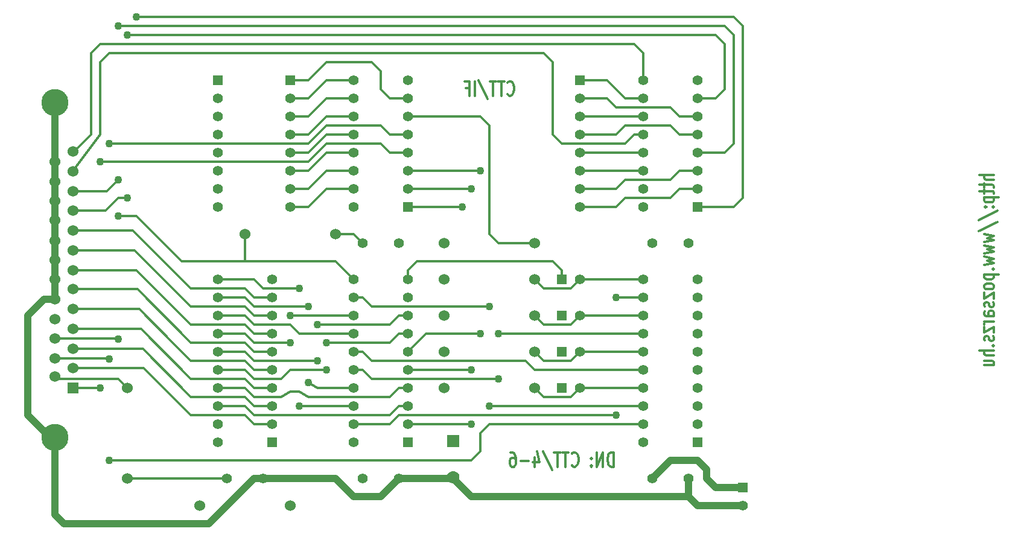
<source format=gbr>
G04 #@! TF.FileFunction,Copper,L2,Bot,Signal*
%FSLAX46Y46*%
G04 Gerber Fmt 4.6, Leading zero omitted, Abs format (unit mm)*
G04 Created by KiCad (PCBNEW 4.0.5+dfsg1-4+deb9u1) date Sun Sep  4 20:05:42 2022*
%MOMM*%
%LPD*%
G01*
G04 APERTURE LIST*
%ADD10C,0.100000*%
%ADD11C,0.304800*%
%ADD12R,1.397000X1.397000*%
%ADD13C,1.397000*%
%ADD14C,1.524000*%
%ADD15C,3.810000*%
%ADD16R,1.524000X1.524000*%
%ADD17R,1.778000X1.778000*%
%ADD18C,1.778000*%
%ADD19C,1.099820*%
%ADD20C,0.350520*%
%ADD21C,1.000760*%
%ADD22C,0.299720*%
G04 APERTURE END LIST*
D10*
D11*
X233329238Y-86976860D02*
X231297238Y-86976860D01*
X233329238Y-87630003D02*
X232264857Y-87630003D01*
X232071333Y-87557432D01*
X231974571Y-87412289D01*
X231974571Y-87194574D01*
X232071333Y-87049432D01*
X232168095Y-86976860D01*
X231974571Y-88138003D02*
X231974571Y-88718574D01*
X231297238Y-88355717D02*
X233038952Y-88355717D01*
X233232476Y-88428289D01*
X233329238Y-88573431D01*
X233329238Y-88718574D01*
X231974571Y-89008860D02*
X231974571Y-89589431D01*
X231297238Y-89226574D02*
X233038952Y-89226574D01*
X233232476Y-89299146D01*
X233329238Y-89444288D01*
X233329238Y-89589431D01*
X231974571Y-90097431D02*
X234006571Y-90097431D01*
X232071333Y-90097431D02*
X231974571Y-90242574D01*
X231974571Y-90532860D01*
X232071333Y-90678003D01*
X232168095Y-90750574D01*
X232361619Y-90823145D01*
X232942190Y-90823145D01*
X233135714Y-90750574D01*
X233232476Y-90678003D01*
X233329238Y-90532860D01*
X233329238Y-90242574D01*
X233232476Y-90097431D01*
X233135714Y-91476288D02*
X233232476Y-91548860D01*
X233329238Y-91476288D01*
X233232476Y-91403717D01*
X233135714Y-91476288D01*
X233329238Y-91476288D01*
X232071333Y-91476288D02*
X232168095Y-91548860D01*
X232264857Y-91476288D01*
X232168095Y-91403717D01*
X232071333Y-91476288D01*
X232264857Y-91476288D01*
X231200476Y-93290574D02*
X233813048Y-91984288D01*
X231200476Y-94887145D02*
X233813048Y-93580859D01*
X231974571Y-95250001D02*
X233329238Y-95540287D01*
X232361619Y-95830573D01*
X233329238Y-96120858D01*
X231974571Y-96411144D01*
X231974571Y-96846572D02*
X233329238Y-97136858D01*
X232361619Y-97427144D01*
X233329238Y-97717429D01*
X231974571Y-98007715D01*
X231974571Y-98443143D02*
X233329238Y-98733429D01*
X232361619Y-99023715D01*
X233329238Y-99314000D01*
X231974571Y-99604286D01*
X233135714Y-100184857D02*
X233232476Y-100257429D01*
X233329238Y-100184857D01*
X233232476Y-100112286D01*
X233135714Y-100184857D01*
X233329238Y-100184857D01*
X231974571Y-100910571D02*
X234006571Y-100910571D01*
X232071333Y-100910571D02*
X231974571Y-101055714D01*
X231974571Y-101346000D01*
X232071333Y-101491143D01*
X232168095Y-101563714D01*
X232361619Y-101636285D01*
X232942190Y-101636285D01*
X233135714Y-101563714D01*
X233232476Y-101491143D01*
X233329238Y-101346000D01*
X233329238Y-101055714D01*
X233232476Y-100910571D01*
X233329238Y-102507142D02*
X233232476Y-102362000D01*
X233135714Y-102289428D01*
X232942190Y-102216857D01*
X232361619Y-102216857D01*
X232168095Y-102289428D01*
X232071333Y-102362000D01*
X231974571Y-102507142D01*
X231974571Y-102724857D01*
X232071333Y-102870000D01*
X232168095Y-102942571D01*
X232361619Y-103015142D01*
X232942190Y-103015142D01*
X233135714Y-102942571D01*
X233232476Y-102870000D01*
X233329238Y-102724857D01*
X233329238Y-102507142D01*
X231974571Y-103523142D02*
X231974571Y-104321428D01*
X233329238Y-103523142D01*
X233329238Y-104321428D01*
X233232476Y-104829428D02*
X233329238Y-104974571D01*
X233329238Y-105264856D01*
X233232476Y-105409999D01*
X233038952Y-105482571D01*
X232942190Y-105482571D01*
X232748667Y-105409999D01*
X232651905Y-105264856D01*
X232651905Y-105047142D01*
X232555143Y-104901999D01*
X232361619Y-104829428D01*
X232264857Y-104829428D01*
X232071333Y-104901999D01*
X231974571Y-105047142D01*
X231974571Y-105264856D01*
X232071333Y-105409999D01*
X233329238Y-106788856D02*
X232264857Y-106788856D01*
X232071333Y-106716285D01*
X231974571Y-106571142D01*
X231974571Y-106280856D01*
X232071333Y-106135713D01*
X233232476Y-106788856D02*
X233329238Y-106643713D01*
X233329238Y-106280856D01*
X233232476Y-106135713D01*
X233038952Y-106063142D01*
X232845429Y-106063142D01*
X232651905Y-106135713D01*
X232555143Y-106280856D01*
X232555143Y-106643713D01*
X232458381Y-106788856D01*
X233329238Y-107514570D02*
X231974571Y-107514570D01*
X232361619Y-107514570D02*
X232168095Y-107587142D01*
X232071333Y-107659713D01*
X231974571Y-107804856D01*
X231974571Y-107949999D01*
X231974571Y-108312856D02*
X231974571Y-109111142D01*
X233329238Y-108312856D01*
X233329238Y-109111142D01*
X233232476Y-109619142D02*
X233329238Y-109764285D01*
X233329238Y-110054570D01*
X233232476Y-110199713D01*
X233038952Y-110272285D01*
X232942190Y-110272285D01*
X232748667Y-110199713D01*
X232651905Y-110054570D01*
X232651905Y-109836856D01*
X232555143Y-109691713D01*
X232361619Y-109619142D01*
X232264857Y-109619142D01*
X232071333Y-109691713D01*
X231974571Y-109836856D01*
X231974571Y-110054570D01*
X232071333Y-110199713D01*
X233135714Y-110925427D02*
X233232476Y-110997999D01*
X233329238Y-110925427D01*
X233232476Y-110852856D01*
X233135714Y-110925427D01*
X233329238Y-110925427D01*
X233329238Y-111651141D02*
X231297238Y-111651141D01*
X233329238Y-112304284D02*
X232264857Y-112304284D01*
X232071333Y-112231713D01*
X231974571Y-112086570D01*
X231974571Y-111868855D01*
X232071333Y-111723713D01*
X232168095Y-111651141D01*
X231974571Y-113683141D02*
X233329238Y-113683141D01*
X231974571Y-113029998D02*
X233038952Y-113029998D01*
X233232476Y-113102570D01*
X233329238Y-113247712D01*
X233329238Y-113465427D01*
X233232476Y-113610570D01*
X233135714Y-113683141D01*
X179977143Y-127919238D02*
X179977143Y-125887238D01*
X179614286Y-125887238D01*
X179396571Y-125984000D01*
X179251429Y-126177524D01*
X179178857Y-126371048D01*
X179106286Y-126758095D01*
X179106286Y-127048381D01*
X179178857Y-127435429D01*
X179251429Y-127628952D01*
X179396571Y-127822476D01*
X179614286Y-127919238D01*
X179977143Y-127919238D01*
X178453143Y-127919238D02*
X178453143Y-125887238D01*
X177582286Y-127919238D01*
X177582286Y-125887238D01*
X176856572Y-127725714D02*
X176784000Y-127822476D01*
X176856572Y-127919238D01*
X176929143Y-127822476D01*
X176856572Y-127725714D01*
X176856572Y-127919238D01*
X176856572Y-126661333D02*
X176784000Y-126758095D01*
X176856572Y-126854857D01*
X176929143Y-126758095D01*
X176856572Y-126661333D01*
X176856572Y-126854857D01*
X174098858Y-127725714D02*
X174171429Y-127822476D01*
X174389143Y-127919238D01*
X174534286Y-127919238D01*
X174752001Y-127822476D01*
X174897143Y-127628952D01*
X174969715Y-127435429D01*
X175042286Y-127048381D01*
X175042286Y-126758095D01*
X174969715Y-126371048D01*
X174897143Y-126177524D01*
X174752001Y-125984000D01*
X174534286Y-125887238D01*
X174389143Y-125887238D01*
X174171429Y-125984000D01*
X174098858Y-126080762D01*
X173663429Y-125887238D02*
X172792572Y-125887238D01*
X173228001Y-127919238D02*
X173228001Y-125887238D01*
X172502286Y-125887238D02*
X171631429Y-125887238D01*
X172066858Y-127919238D02*
X172066858Y-125887238D01*
X170034857Y-125790476D02*
X171341143Y-128403048D01*
X168873715Y-126564571D02*
X168873715Y-127919238D01*
X169236572Y-125790476D02*
X169599429Y-127241905D01*
X168656001Y-127241905D01*
X168075429Y-127145143D02*
X166914286Y-127145143D01*
X165535429Y-125887238D02*
X165825715Y-125887238D01*
X165970858Y-125984000D01*
X166043429Y-126080762D01*
X166188572Y-126371048D01*
X166261143Y-126758095D01*
X166261143Y-127532190D01*
X166188572Y-127725714D01*
X166116000Y-127822476D01*
X165970858Y-127919238D01*
X165680572Y-127919238D01*
X165535429Y-127822476D01*
X165462858Y-127725714D01*
X165390286Y-127532190D01*
X165390286Y-127048381D01*
X165462858Y-126854857D01*
X165535429Y-126758095D01*
X165680572Y-126661333D01*
X165970858Y-126661333D01*
X166116000Y-126758095D01*
X166188572Y-126854857D01*
X166261143Y-127048381D01*
X165063714Y-75655714D02*
X165136285Y-75752476D01*
X165353999Y-75849238D01*
X165499142Y-75849238D01*
X165716857Y-75752476D01*
X165861999Y-75558952D01*
X165934571Y-75365429D01*
X166007142Y-74978381D01*
X166007142Y-74688095D01*
X165934571Y-74301048D01*
X165861999Y-74107524D01*
X165716857Y-73914000D01*
X165499142Y-73817238D01*
X165353999Y-73817238D01*
X165136285Y-73914000D01*
X165063714Y-74010762D01*
X164628285Y-73817238D02*
X163757428Y-73817238D01*
X164192857Y-75849238D02*
X164192857Y-73817238D01*
X163467142Y-73817238D02*
X162596285Y-73817238D01*
X163031714Y-75849238D02*
X163031714Y-73817238D01*
X160999713Y-73720476D02*
X162305999Y-76333048D01*
X160491714Y-75849238D02*
X160491714Y-73817238D01*
X159258000Y-74784857D02*
X159766000Y-74784857D01*
X159766000Y-75849238D02*
X159766000Y-73817238D01*
X159040286Y-73817238D01*
D12*
X198120000Y-130810000D03*
D13*
X198120000Y-133350000D03*
D12*
X175260000Y-73660000D03*
D13*
X175260000Y-76200000D03*
X175260000Y-78740000D03*
X175260000Y-81280000D03*
X175260000Y-83820000D03*
X175260000Y-86360000D03*
X175260000Y-88900000D03*
X175260000Y-91440000D03*
D12*
X134620000Y-73660000D03*
D13*
X134620000Y-76200000D03*
X134620000Y-78740000D03*
X134620000Y-81280000D03*
X134620000Y-83820000D03*
X134620000Y-86360000D03*
X134620000Y-88900000D03*
X134620000Y-91440000D03*
D12*
X124460000Y-73660000D03*
D13*
X124460000Y-76200000D03*
X124460000Y-78740000D03*
X124460000Y-81280000D03*
X124460000Y-83820000D03*
X124460000Y-86360000D03*
X124460000Y-88900000D03*
X124460000Y-91440000D03*
D12*
X172720000Y-101600000D03*
D13*
X175260000Y-101600000D03*
D12*
X172720000Y-106680000D03*
D13*
X175260000Y-106680000D03*
D12*
X172720000Y-111760000D03*
D13*
X175260000Y-111760000D03*
D12*
X172720000Y-116840000D03*
D13*
X175260000Y-116840000D03*
D14*
X156210000Y-96520000D03*
X168910000Y-96520000D03*
X121920000Y-133350000D03*
X134620000Y-133350000D03*
X111760000Y-129540000D03*
X111760000Y-116840000D03*
X156210000Y-101600000D03*
X168910000Y-101600000D03*
X156210000Y-106680000D03*
X168910000Y-106680000D03*
X156210000Y-116840000D03*
X168910000Y-116840000D03*
X156210000Y-111760000D03*
X168910000Y-111760000D03*
X140970000Y-95250000D03*
X128270000Y-95250000D03*
D15*
X101600000Y-76835000D03*
X101600000Y-123825000D03*
D16*
X104140000Y-116840000D03*
D14*
X104140000Y-114046000D03*
X104140000Y-111379000D03*
X104140000Y-108585000D03*
X104140000Y-105791000D03*
X104140000Y-102997000D03*
X104140000Y-100330000D03*
X104140000Y-97536000D03*
X104140000Y-94742000D03*
X104140000Y-91948000D03*
X104140000Y-89281000D03*
X104140000Y-86487000D03*
X104140000Y-83693000D03*
X101600000Y-115265200D03*
X101600000Y-112725200D03*
X101600000Y-109931200D03*
X101600000Y-107188000D03*
X101600000Y-104444800D03*
X101600000Y-101650800D03*
X101600000Y-98907600D03*
X101600000Y-96164400D03*
X101600000Y-93319600D03*
X101600000Y-90627200D03*
X101600000Y-87884000D03*
X101600000Y-85090000D03*
D17*
X157480000Y-124333000D03*
D18*
X157480000Y-129413000D03*
D13*
X185420000Y-129540000D03*
X190500000Y-129540000D03*
X144780000Y-129540000D03*
X149860000Y-129540000D03*
X144780000Y-96520000D03*
X149860000Y-96520000D03*
X125730000Y-129540000D03*
X130810000Y-129540000D03*
X185420000Y-96520000D03*
X190500000Y-96520000D03*
D12*
X151130000Y-124460000D03*
D13*
X151130000Y-121920000D03*
X151130000Y-119380000D03*
X151130000Y-116840000D03*
X151130000Y-114300000D03*
X151130000Y-111760000D03*
X151130000Y-109220000D03*
X151130000Y-106680000D03*
X151130000Y-104140000D03*
X151130000Y-101600000D03*
X143510000Y-101600000D03*
X143510000Y-104140000D03*
X143510000Y-106680000D03*
X143510000Y-109220000D03*
X143510000Y-111760000D03*
X143510000Y-114300000D03*
X143510000Y-116840000D03*
X143510000Y-119380000D03*
X143510000Y-121920000D03*
X143510000Y-124460000D03*
D12*
X132080000Y-124460000D03*
D13*
X132080000Y-121920000D03*
X132080000Y-119380000D03*
X132080000Y-116840000D03*
X132080000Y-114300000D03*
X132080000Y-111760000D03*
X132080000Y-109220000D03*
X132080000Y-106680000D03*
X132080000Y-104140000D03*
X132080000Y-101600000D03*
X124460000Y-101600000D03*
X124460000Y-104140000D03*
X124460000Y-106680000D03*
X124460000Y-109220000D03*
X124460000Y-111760000D03*
X124460000Y-114300000D03*
X124460000Y-116840000D03*
X124460000Y-119380000D03*
X124460000Y-121920000D03*
X124460000Y-124460000D03*
D12*
X191770000Y-124460000D03*
D13*
X191770000Y-121920000D03*
X191770000Y-119380000D03*
X191770000Y-116840000D03*
X191770000Y-114300000D03*
X191770000Y-111760000D03*
X191770000Y-109220000D03*
X191770000Y-106680000D03*
X191770000Y-104140000D03*
X191770000Y-101600000D03*
X184150000Y-101600000D03*
X184150000Y-104140000D03*
X184150000Y-106680000D03*
X184150000Y-109220000D03*
X184150000Y-111760000D03*
X184150000Y-114300000D03*
X184150000Y-116840000D03*
X184150000Y-119380000D03*
X184150000Y-121920000D03*
X184150000Y-124460000D03*
D12*
X191770000Y-91440000D03*
D13*
X191770000Y-88900000D03*
X191770000Y-86360000D03*
X191770000Y-83820000D03*
X191770000Y-81280000D03*
X191770000Y-78740000D03*
X191770000Y-76200000D03*
X191770000Y-73660000D03*
X184150000Y-73660000D03*
X184150000Y-76200000D03*
X184150000Y-78740000D03*
X184150000Y-81280000D03*
X184150000Y-83820000D03*
X184150000Y-86360000D03*
X184150000Y-88900000D03*
X184150000Y-91440000D03*
D12*
X151130000Y-91440000D03*
D13*
X151130000Y-88900000D03*
X151130000Y-86360000D03*
X151130000Y-83820000D03*
X151130000Y-81280000D03*
X151130000Y-78740000D03*
X151130000Y-76200000D03*
X151130000Y-73660000D03*
X143510000Y-73660000D03*
X143510000Y-76200000D03*
X143510000Y-78740000D03*
X143510000Y-81280000D03*
X143510000Y-83820000D03*
X143510000Y-86360000D03*
X143510000Y-88900000D03*
X143510000Y-91440000D03*
D19*
X113030000Y-64770000D03*
X110490000Y-109982000D03*
X110490000Y-92710000D03*
X107950000Y-85090000D03*
X107950000Y-116840000D03*
X111760000Y-90170000D03*
X111760000Y-67310000D03*
X110490000Y-87630000D03*
X110490000Y-66040000D03*
X109220000Y-82550000D03*
X109220000Y-112776000D03*
X109220000Y-127000000D03*
X158750000Y-91440000D03*
X160020000Y-121920000D03*
X160020000Y-114300000D03*
X160020000Y-88900000D03*
X161290000Y-86360000D03*
X161290000Y-109220000D03*
X139700000Y-110490000D03*
X139700000Y-114300000D03*
X138430000Y-107950000D03*
X138430000Y-113030000D03*
X162560000Y-105410000D03*
X162560000Y-119380000D03*
X134620000Y-106680000D03*
X134620000Y-110490000D03*
X163830000Y-109220000D03*
X163830000Y-115570000D03*
X137160000Y-105410000D03*
X137160000Y-116078000D03*
X135890000Y-119380000D03*
X135890000Y-102870000D03*
X180340000Y-120650000D03*
X180340000Y-104140000D03*
D20*
X134620000Y-88900000D02*
X137160000Y-88900000D01*
X137160000Y-86360000D02*
X139700000Y-83820000D01*
X139700000Y-83820000D02*
X143510000Y-83820000D01*
X134620000Y-86360000D02*
X137160000Y-86360000D01*
X137160000Y-83820000D02*
X139700000Y-81280000D01*
X139700000Y-81280000D02*
X143510000Y-81280000D01*
X134620000Y-83820000D02*
X137160000Y-83820000D01*
X137160000Y-81280000D02*
X139700000Y-78740000D01*
X139700000Y-78740000D02*
X143510000Y-78740000D01*
X134620000Y-81280000D02*
X137160000Y-81280000D01*
X137160000Y-78740000D02*
X139700000Y-76200000D01*
X139700000Y-76200000D02*
X143510000Y-76200000D01*
X134620000Y-78740000D02*
X137160000Y-78740000D01*
X137160000Y-76200000D02*
X139700000Y-73660000D01*
X139700000Y-73660000D02*
X143510000Y-73660000D01*
X134620000Y-76200000D02*
X137160000Y-76200000D01*
X189230000Y-88900000D02*
X187960000Y-90170000D01*
X187960000Y-90170000D02*
X181610000Y-90170000D01*
X181610000Y-90170000D02*
X180340000Y-91440000D01*
X180340000Y-91440000D02*
X175260000Y-91440000D01*
X191770000Y-88900000D02*
X189230000Y-88900000D01*
X189230000Y-86360000D02*
X187960000Y-87630000D01*
X187960000Y-87630000D02*
X181610000Y-87630000D01*
X181610000Y-87630000D02*
X180340000Y-88900000D01*
X180340000Y-88900000D02*
X175260000Y-88900000D01*
X191770000Y-86360000D02*
X189230000Y-86360000D01*
X175260000Y-86360000D02*
X184150000Y-86360000D01*
X175260000Y-83820000D02*
X184150000Y-83820000D01*
X189230000Y-81280000D02*
X187960000Y-80010000D01*
X187960000Y-80010000D02*
X181610000Y-80010000D01*
X181610000Y-80010000D02*
X180340000Y-81280000D01*
X180340000Y-81280000D02*
X175260000Y-81280000D01*
X191770000Y-81280000D02*
X189230000Y-81280000D01*
X175260000Y-78740000D02*
X184150000Y-78740000D01*
X181610000Y-76200000D02*
X179070000Y-73660000D01*
X179070000Y-73660000D02*
X175260000Y-73660000D01*
X184150000Y-76200000D02*
X181610000Y-76200000D01*
X189230000Y-78740000D02*
X187960000Y-77470000D01*
X187960000Y-77470000D02*
X180340000Y-77470000D01*
X180340000Y-77470000D02*
X179070000Y-76200000D01*
X179070000Y-76200000D02*
X175260000Y-76200000D01*
X191770000Y-78740000D02*
X189230000Y-78740000D01*
X139700000Y-86360000D02*
X143510000Y-86360000D01*
X137160000Y-88900000D02*
X139700000Y-86360000D01*
X134620000Y-91440000D02*
X137160000Y-91440000D01*
X139700000Y-88900000D02*
X143510000Y-88900000D01*
X137160000Y-91440000D02*
X139700000Y-88900000D01*
X135890000Y-73660000D02*
X137160000Y-73660000D01*
X148590000Y-76200000D02*
X151130000Y-76200000D01*
X147320000Y-74930000D02*
X148590000Y-76200000D01*
X147320000Y-72390000D02*
X147320000Y-74930000D01*
X146050000Y-71120000D02*
X147320000Y-72390000D01*
X139700000Y-71120000D02*
X146050000Y-71120000D01*
X137160000Y-73660000D02*
X139700000Y-71120000D01*
X134620000Y-73660000D02*
X135890000Y-73660000D01*
X172720000Y-100330000D02*
X171450000Y-99060000D01*
X166370000Y-99060000D02*
X152400000Y-99060000D01*
X171450000Y-99060000D02*
X166370000Y-99060000D01*
X152400000Y-99060000D02*
X151130000Y-100330000D01*
X151130000Y-100330000D02*
X151130000Y-101600000D01*
X172720000Y-101600000D02*
X172720000Y-100330000D01*
D21*
X101600000Y-134620000D02*
X101600000Y-123825000D01*
X102870000Y-135890000D02*
X101600000Y-134620000D01*
X123190000Y-135890000D02*
X102870000Y-135890000D01*
X129540000Y-129540000D02*
X123190000Y-135890000D01*
X130810000Y-129540000D02*
X129540000Y-129540000D01*
X101600000Y-76835000D02*
X101600000Y-104444800D01*
X157353000Y-129540000D02*
X157480000Y-129413000D01*
X149860000Y-129540000D02*
X157353000Y-129540000D01*
X100330000Y-123190000D02*
X101600000Y-123825000D01*
X97790000Y-120650000D02*
X100330000Y-123190000D01*
X97790000Y-106680000D02*
X97790000Y-120650000D01*
X100025200Y-104444800D02*
X97790000Y-106680000D01*
X101600000Y-104444800D02*
X100025200Y-104444800D01*
X140970000Y-129540000D02*
X143510000Y-132080000D01*
X143510000Y-132080000D02*
X147320000Y-132080000D01*
X147320000Y-132080000D02*
X149860000Y-129540000D01*
X130810000Y-129540000D02*
X140970000Y-129540000D01*
X157480000Y-129540000D02*
X160020000Y-132080000D01*
X160020000Y-132080000D02*
X190500000Y-132080000D01*
X190500000Y-132080000D02*
X190500000Y-129540000D01*
X157480000Y-129413000D02*
X157480000Y-129540000D01*
X191770000Y-133350000D02*
X198120000Y-133350000D01*
X190500000Y-132080000D02*
X191770000Y-133350000D01*
X198120000Y-133350000D02*
X191770000Y-133350000D01*
D20*
X168910000Y-101600000D02*
X170180000Y-102870000D01*
X175260000Y-101600000D02*
X184150000Y-101600000D01*
X170180000Y-102870000D02*
X173990000Y-102870000D01*
X173990000Y-102870000D02*
X175260000Y-101600000D01*
X175260000Y-106680000D02*
X184150000Y-106680000D01*
X170180000Y-107950000D02*
X173990000Y-107950000D01*
X173990000Y-107950000D02*
X175260000Y-106680000D01*
X168910000Y-106680000D02*
X170180000Y-107950000D01*
X175260000Y-111760000D02*
X184150000Y-111760000D01*
X170180000Y-113030000D02*
X173990000Y-113030000D01*
X173990000Y-113030000D02*
X175260000Y-111760000D01*
X168910000Y-111760000D02*
X170180000Y-113030000D01*
X168910000Y-116840000D02*
X170180000Y-118110000D01*
X175260000Y-116840000D02*
X184150000Y-116840000D01*
X170180000Y-118110000D02*
X173990000Y-118110000D01*
X173990000Y-118110000D02*
X175260000Y-116840000D01*
X111760000Y-129540000D02*
X125730000Y-129540000D01*
X143510000Y-95250000D02*
X140970000Y-95250000D01*
X144780000Y-96520000D02*
X143510000Y-95250000D01*
X198120000Y-130810000D02*
X194310000Y-130810000D01*
D21*
X187960000Y-127000000D02*
X185420000Y-129540000D01*
X191770000Y-127000000D02*
X187960000Y-127000000D01*
X193040000Y-128270000D02*
X191770000Y-127000000D01*
X193040000Y-129540000D02*
X193040000Y-128270000D01*
X194310000Y-130810000D02*
X193040000Y-129540000D01*
X198120000Y-130810000D02*
X194310000Y-130810000D01*
D20*
X162560000Y-95250000D02*
X162560000Y-80010000D01*
X162560000Y-80010000D02*
X161290000Y-78740000D01*
X161290000Y-78740000D02*
X151130000Y-78740000D01*
X168910000Y-96520000D02*
X163830000Y-96520000D01*
X163830000Y-96520000D02*
X162560000Y-95250000D01*
X110490000Y-115570000D02*
X101904800Y-115570000D01*
X111760000Y-116840000D02*
X110490000Y-115570000D01*
X101904800Y-115570000D02*
X101600000Y-115265200D01*
X113030000Y-64770000D02*
X167640000Y-64770000D01*
X167640000Y-64770000D02*
X196850000Y-64770000D01*
X196850000Y-64770000D02*
X198120000Y-66040000D01*
X198120000Y-66040000D02*
X198120000Y-90170000D01*
X198120000Y-90170000D02*
X196850000Y-91440000D01*
X196850000Y-91440000D02*
X191770000Y-91440000D01*
X140970000Y-99060000D02*
X143510000Y-101600000D01*
X101600000Y-109931200D02*
X109931200Y-109931200D01*
X128270000Y-99060000D02*
X140970000Y-99060000D01*
X119380000Y-99060000D02*
X128270000Y-99060000D01*
X109931200Y-109931200D02*
X110490000Y-109982000D01*
X110490000Y-92710000D02*
X113030000Y-92710000D01*
X113030000Y-92710000D02*
X119380000Y-99060000D01*
X128270000Y-95250000D02*
X128270000Y-99060000D01*
X148590000Y-83820000D02*
X147320000Y-82550000D01*
X147320000Y-82550000D02*
X139700000Y-82550000D01*
X139700000Y-82550000D02*
X137160000Y-85090000D01*
X137160000Y-85090000D02*
X107950000Y-85090000D01*
X107950000Y-116840000D02*
X104140000Y-116840000D01*
X151130000Y-83820000D02*
X148590000Y-83820000D01*
X128270000Y-120650000D02*
X120650000Y-120650000D01*
X114046000Y-114046000D02*
X104140000Y-114046000D01*
X132080000Y-121920000D02*
X129540000Y-121920000D01*
X120650000Y-120650000D02*
X114046000Y-114046000D01*
X129540000Y-121920000D02*
X128270000Y-120650000D01*
X113919000Y-111379000D02*
X104140000Y-111379000D01*
X132080000Y-119380000D02*
X129540000Y-119380000D01*
X129540000Y-119380000D02*
X128270000Y-118110000D01*
X128270000Y-118110000D02*
X120650000Y-118110000D01*
X120650000Y-118110000D02*
X113919000Y-111379000D01*
X132080000Y-116840000D02*
X129540000Y-116840000D01*
X129540000Y-116840000D02*
X128270000Y-115570000D01*
X128270000Y-115570000D02*
X120650000Y-115570000D01*
X120650000Y-115570000D02*
X113665000Y-108585000D01*
X113665000Y-108585000D02*
X104140000Y-108585000D01*
X120650000Y-113030000D02*
X128270000Y-113030000D01*
X128270000Y-113030000D02*
X129540000Y-114300000D01*
X129540000Y-114300000D02*
X132080000Y-114300000D01*
X104140000Y-105791000D02*
X113411000Y-105791000D01*
X113411000Y-105791000D02*
X118110000Y-110490000D01*
X118110000Y-110490000D02*
X120650000Y-113030000D01*
X129540000Y-111760000D02*
X128270000Y-110490000D01*
X128270000Y-110490000D02*
X120650000Y-110490000D01*
X120650000Y-110490000D02*
X113157000Y-102997000D01*
X113157000Y-102997000D02*
X104140000Y-102997000D01*
X132080000Y-111760000D02*
X129540000Y-111760000D01*
X113030000Y-100330000D02*
X120650000Y-107950000D01*
X120650000Y-107950000D02*
X128270000Y-107950000D01*
X128270000Y-107950000D02*
X129540000Y-109220000D01*
X129540000Y-109220000D02*
X132080000Y-109220000D01*
X104140000Y-100330000D02*
X113030000Y-100330000D01*
X112776000Y-97536000D02*
X104140000Y-97536000D01*
X132080000Y-106680000D02*
X129540000Y-106680000D01*
X129540000Y-106680000D02*
X128270000Y-105410000D01*
X128270000Y-105410000D02*
X120650000Y-105410000D01*
X120650000Y-105410000D02*
X112776000Y-97536000D01*
X112522000Y-94742000D02*
X104140000Y-94742000D01*
X132080000Y-104140000D02*
X129540000Y-104140000D01*
X129540000Y-104140000D02*
X128270000Y-102870000D01*
X128270000Y-102870000D02*
X120650000Y-102870000D01*
X120650000Y-102870000D02*
X112522000Y-94742000D01*
X108712000Y-91948000D02*
X110490000Y-90170000D01*
X110490000Y-90170000D02*
X111760000Y-90170000D01*
X111760000Y-67310000D02*
X194310000Y-67310000D01*
X194310000Y-67310000D02*
X195580000Y-68580000D01*
X195580000Y-68580000D02*
X195580000Y-74930000D01*
X195580000Y-74930000D02*
X194310000Y-76200000D01*
X194310000Y-76200000D02*
X191770000Y-76200000D01*
X104140000Y-91948000D02*
X108712000Y-91948000D01*
X108839000Y-89281000D02*
X110490000Y-87630000D01*
X110490000Y-66040000D02*
X172720000Y-66040000D01*
X172720000Y-66040000D02*
X195580000Y-66040000D01*
X195580000Y-66040000D02*
X196850000Y-67310000D01*
X196850000Y-67310000D02*
X196850000Y-82550000D01*
X196850000Y-82550000D02*
X195580000Y-83820000D01*
X195580000Y-83820000D02*
X191770000Y-83820000D01*
X104140000Y-89281000D02*
X108839000Y-89281000D01*
X104140000Y-86360000D02*
X107950000Y-81280000D01*
X107950000Y-81280000D02*
X107950000Y-71120000D01*
X107950000Y-71120000D02*
X109220000Y-69850000D01*
X109220000Y-69850000D02*
X170180000Y-69850000D01*
X170180000Y-69850000D02*
X171450000Y-71120000D01*
X171450000Y-71120000D02*
X171450000Y-81280000D01*
X171450000Y-81280000D02*
X172720000Y-82550000D01*
X172720000Y-82550000D02*
X181610000Y-82550000D01*
X181610000Y-82550000D02*
X182880000Y-81280000D01*
X182880000Y-81280000D02*
X184150000Y-81280000D01*
X104140000Y-86487000D02*
X104140000Y-86360000D01*
X184150000Y-69850000D02*
X184150000Y-73660000D01*
X104140000Y-83693000D02*
X104267000Y-83693000D01*
X104267000Y-83693000D02*
X106680000Y-81280000D01*
X106680000Y-81280000D02*
X106680000Y-69850000D01*
X106680000Y-69850000D02*
X107950000Y-68580000D01*
X107950000Y-68580000D02*
X182880000Y-68580000D01*
X182880000Y-68580000D02*
X184150000Y-69850000D01*
X148590000Y-81280000D02*
X147320000Y-80010000D01*
X147320000Y-80010000D02*
X139700000Y-80010000D01*
X139700000Y-80010000D02*
X137160000Y-82550000D01*
X137160000Y-82550000D02*
X110490000Y-82550000D01*
X110490000Y-82550000D02*
X109220000Y-82550000D01*
X109220000Y-112776000D02*
X108915200Y-112725200D01*
X108915200Y-112725200D02*
X101600000Y-112725200D01*
X151130000Y-81280000D02*
X148590000Y-81280000D01*
X162560000Y-121920000D02*
X161290000Y-123190000D01*
X161290000Y-123190000D02*
X161290000Y-125730000D01*
X161290000Y-125730000D02*
X160020000Y-127000000D01*
X160020000Y-127000000D02*
X109220000Y-127000000D01*
X184150000Y-121920000D02*
X162560000Y-121920000D01*
X151130000Y-91440000D02*
X158750000Y-91440000D01*
X160020000Y-121920000D02*
X151130000Y-121920000D01*
X149860000Y-119380000D02*
X151130000Y-119380000D01*
X148590000Y-120650000D02*
X149860000Y-119380000D01*
X124460000Y-119380000D02*
X128270000Y-119380000D01*
X128270000Y-119380000D02*
X129540000Y-120650000D01*
X129540000Y-120650000D02*
X148590000Y-120650000D01*
X133350000Y-118110000D02*
X134620000Y-117348000D01*
X129540000Y-118110000D02*
X133350000Y-118110000D01*
X135890000Y-117348000D02*
X137160000Y-118110000D01*
X137160000Y-118110000D02*
X148590000Y-118110000D01*
X148590000Y-118110000D02*
X149860000Y-116840000D01*
X128270000Y-116840000D02*
X129540000Y-118110000D01*
X134620000Y-117348000D02*
X135890000Y-117348000D01*
X149860000Y-116840000D02*
X151130000Y-116840000D01*
X124460000Y-116840000D02*
X128270000Y-116840000D01*
X160020000Y-114300000D02*
X151130000Y-114300000D01*
X151130000Y-88900000D02*
X160020000Y-88900000D01*
X161290000Y-109220000D02*
X153670000Y-109220000D01*
X153670000Y-109220000D02*
X151130000Y-111760000D01*
X151130000Y-86360000D02*
X161290000Y-86360000D01*
X128270000Y-114300000D02*
X129540000Y-115570000D01*
X129540000Y-115570000D02*
X133350000Y-115570000D01*
X139700000Y-110490000D02*
X148590000Y-110490000D01*
X124460000Y-114300000D02*
X128270000Y-114300000D01*
X134620000Y-114300000D02*
X139700000Y-114300000D01*
X148590000Y-110490000D02*
X149860000Y-109220000D01*
X149860000Y-109220000D02*
X151130000Y-109220000D01*
X133350000Y-115570000D02*
X134620000Y-114300000D01*
X149860000Y-106680000D02*
X151130000Y-106680000D01*
X124460000Y-111760000D02*
X128270000Y-111760000D01*
X138430000Y-107950000D02*
X148590000Y-107950000D01*
X129540000Y-113030000D02*
X138430000Y-113030000D01*
X148590000Y-107950000D02*
X149860000Y-106680000D01*
X128270000Y-111760000D02*
X129540000Y-113030000D01*
X144780000Y-104140000D02*
X146050000Y-105410000D01*
X146050000Y-105410000D02*
X162560000Y-105410000D01*
X162560000Y-119380000D02*
X184150000Y-119380000D01*
X143510000Y-104140000D02*
X144780000Y-104140000D01*
X124460000Y-109220000D02*
X128270000Y-109220000D01*
X128270000Y-109220000D02*
X129540000Y-110490000D01*
X129540000Y-110490000D02*
X134620000Y-110490000D01*
X134620000Y-106680000D02*
X143510000Y-106680000D01*
X134620000Y-107950000D02*
X135890000Y-109220000D01*
X128270000Y-106680000D02*
X129540000Y-107950000D01*
X129540000Y-107950000D02*
X134620000Y-107950000D01*
X135890000Y-109220000D02*
X143510000Y-109220000D01*
X124460000Y-106680000D02*
X128270000Y-106680000D01*
X146050000Y-113030000D02*
X167640000Y-113030000D01*
X167640000Y-113030000D02*
X168910000Y-114300000D01*
X168910000Y-114300000D02*
X184150000Y-114300000D01*
X143510000Y-111760000D02*
X144780000Y-111760000D01*
X144780000Y-111760000D02*
X146050000Y-113030000D01*
D22*
X163830000Y-109220000D02*
X184150000Y-109220000D01*
X143510000Y-114300000D02*
X144780000Y-114300000D01*
X144780000Y-114300000D02*
X146050000Y-115570000D01*
X146050000Y-115570000D02*
X163830000Y-115570000D01*
D20*
X128270000Y-104140000D02*
X129540000Y-105410000D01*
X138430000Y-116840000D02*
X143510000Y-116840000D01*
X129540000Y-105410000D02*
X137160000Y-105410000D01*
X124460000Y-104140000D02*
X128270000Y-104140000D01*
X137160000Y-116078000D02*
X138430000Y-116840000D01*
X124460000Y-101600000D02*
X129540000Y-101600000D01*
X137160000Y-119380000D02*
X143510000Y-119380000D01*
X130810000Y-102870000D02*
X135890000Y-102870000D01*
X129540000Y-101600000D02*
X130810000Y-102870000D01*
X135890000Y-119380000D02*
X137160000Y-119380000D01*
X148590000Y-121920000D02*
X149860000Y-120650000D01*
X149860000Y-120650000D02*
X180340000Y-120650000D01*
X180340000Y-104140000D02*
X184150000Y-104140000D01*
X143510000Y-121920000D02*
X148590000Y-121920000D01*
M02*

</source>
